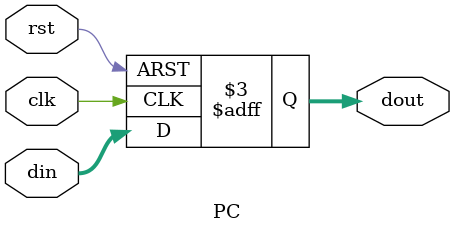
<source format=v>
`timescale 1ns / 1ps
module PC(input clk, input rst, input [31:0] din, output reg [31:0] dout
    );

always@(posedge clk,negedge rst)
begin
if(!rst)
	dout <= 32'b0;
	else
	dout <= din;
end

endmodule

</source>
